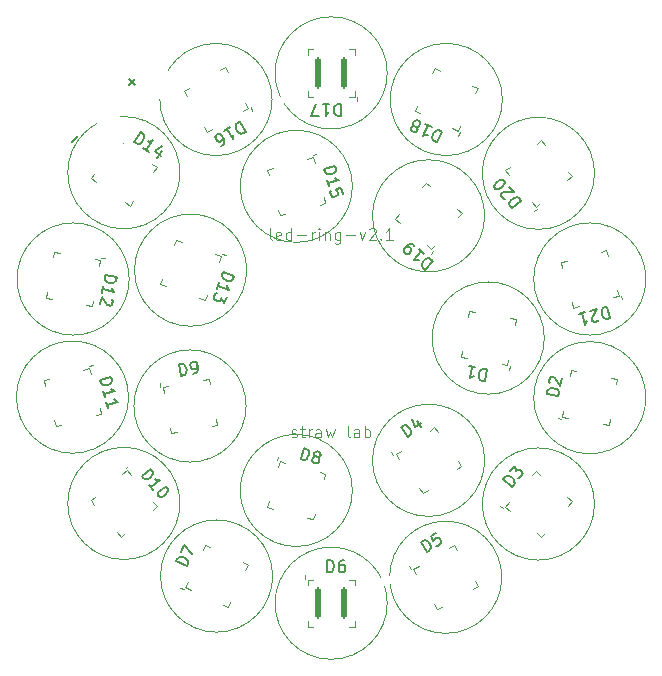
<source format=gbr>
%TF.GenerationSoftware,KiCad,Pcbnew,7.0.1*%
%TF.CreationDate,2023-12-14T16:04:10+01:00*%
%TF.ProjectId,led-ring-v2,6c65642d-7269-46e6-972d-76322e6b6963,rev?*%
%TF.SameCoordinates,Original*%
%TF.FileFunction,Legend,Top*%
%TF.FilePolarity,Positive*%
%FSLAX46Y46*%
G04 Gerber Fmt 4.6, Leading zero omitted, Abs format (unit mm)*
G04 Created by KiCad (PCBNEW 7.0.1) date 2023-12-14 16:04:10*
%MOMM*%
%LPD*%
G01*
G04 APERTURE LIST*
G04 Aperture macros list*
%AMRoundRect*
0 Rectangle with rounded corners*
0 $1 Rounding radius*
0 $2 $3 $4 $5 $6 $7 $8 $9 X,Y pos of 4 corners*
0 Add a 4 corners polygon primitive as box body*
4,1,4,$2,$3,$4,$5,$6,$7,$8,$9,$2,$3,0*
0 Add four circle primitives for the rounded corners*
1,1,$1+$1,$2,$3*
1,1,$1+$1,$4,$5*
1,1,$1+$1,$6,$7*
1,1,$1+$1,$8,$9*
0 Add four rect primitives between the rounded corners*
20,1,$1+$1,$2,$3,$4,$5,0*
20,1,$1+$1,$4,$5,$6,$7,0*
20,1,$1+$1,$6,$7,$8,$9,0*
20,1,$1+$1,$8,$9,$2,$3,0*%
%AMHorizOval*
0 Thick line with rounded ends*
0 $1 width*
0 $2 $3 position (X,Y) of the first rounded end (center of the circle)*
0 $4 $5 position (X,Y) of the second rounded end (center of the circle)*
0 Add line between two ends*
20,1,$1,$2,$3,$4,$5,0*
0 Add two circle primitives to create the rounded ends*
1,1,$1,$2,$3*
1,1,$1,$4,$5*%
%AMOutline5P*
0 Free polygon, 5 corners , with rotation*
0 The origin of the aperture is its center*
0 number of corners: always 5*
0 $1 to $10 corner X, Y*
0 $11 Rotation angle, in degrees counterclockwise*
0 create outline with 5 corners*
4,1,5,$1,$2,$3,$4,$5,$6,$7,$8,$9,$10,$1,$2,$11*%
%AMOutline6P*
0 Free polygon, 6 corners , with rotation*
0 The origin of the aperture is its center*
0 number of corners: always 6*
0 $1 to $12 corner X, Y*
0 $13 Rotation angle, in degrees counterclockwise*
0 create outline with 6 corners*
4,1,6,$1,$2,$3,$4,$5,$6,$7,$8,$9,$10,$11,$12,$1,$2,$13*%
%AMOutline7P*
0 Free polygon, 7 corners , with rotation*
0 The origin of the aperture is its center*
0 number of corners: always 7*
0 $1 to $14 corner X, Y*
0 $15 Rotation angle, in degrees counterclockwise*
0 create outline with 7 corners*
4,1,7,$1,$2,$3,$4,$5,$6,$7,$8,$9,$10,$11,$12,$13,$14,$1,$2,$15*%
%AMOutline8P*
0 Free polygon, 8 corners , with rotation*
0 The origin of the aperture is its center*
0 number of corners: always 8*
0 $1 to $16 corner X, Y*
0 $17 Rotation angle, in degrees counterclockwise*
0 create outline with 8 corners*
4,1,8,$1,$2,$3,$4,$5,$6,$7,$8,$9,$10,$11,$12,$13,$14,$15,$16,$1,$2,$17*%
G04 Aperture macros list end*
%ADD10C,0.125000*%
%ADD11C,0.150000*%
%ADD12C,0.100000*%
%ADD13C,0.200000*%
%ADD14C,1.300887*%
%ADD15C,1.391055*%
%ADD16RoundRect,0.125000X0.858056X0.883170X-1.018753X-0.691659X-0.858056X-0.883170X1.018753X0.691659X0*%
%ADD17Outline5P,-1.350000X0.500000X1.350000X0.500000X1.350000X-0.500000X-1.050000X-0.500000X-1.350000X-0.200000X220.000000*%
%ADD18RoundRect,0.125000X0.720753X-0.998381X-0.504247X1.123381X-0.720753X0.998381X0.504247X-1.123381X0*%
%ADD19Outline5P,-1.350000X0.500000X1.350000X0.500000X1.350000X-0.500000X-1.050000X-0.500000X-1.350000X-0.200000X120.000000*%
%ADD20RoundRect,0.125000X-0.125000X1.225000X-0.125000X-1.225000X0.125000X-1.225000X0.125000X1.225000X0*%
%ADD21Outline5P,-1.350000X0.500000X1.350000X0.500000X1.350000X-0.500000X-1.050000X-0.500000X-1.350000X-0.200000X270.000000*%
%ADD22RoundRect,0.125000X0.600237X1.075158X-0.805025X-0.931764X-0.600237X-1.075158X0.805025X0.931764X0*%
%ADD23Outline5P,-1.350000X0.500000X1.350000X0.500000X1.350000X-0.500000X-1.050000X-0.500000X-1.350000X-0.200000X235.000000*%
%ADD24RoundRect,0.125000X-1.018753X0.691659X0.858056X-0.883170X1.018753X-0.691659X-0.858056X0.883170X0*%
%ADD25Outline5P,-1.350000X0.500000X1.350000X0.500000X1.350000X-0.500000X-1.050000X-0.500000X-1.350000X-0.200000X320.000000*%
%ADD26RoundRect,0.125000X-1.163054X0.404419X1.057400X-0.630996X1.163054X-0.404419X-1.057400X0.630996X0*%
%ADD27Outline5P,-1.350000X0.500000X1.350000X0.500000X1.350000X-0.500000X-1.050000X-0.500000X-1.350000X-0.200000X335.000000*%
%ADD28RoundRect,0.125000X0.437794X-1.150907X-0.196313X1.215612X-0.437794X1.150907X0.196313X-1.215612X0*%
%ADD29Outline5P,-1.350000X0.500000X1.350000X0.500000X1.350000X-0.500000X-1.050000X-0.500000X-1.350000X-0.200000X105.000000*%
%ADD30RoundRect,0.125000X-0.720753X0.998381X0.504247X-1.123381X0.720753X-0.998381X-0.504247X1.123381X0*%
%ADD31Outline5P,-1.350000X0.500000X1.350000X0.500000X1.350000X-0.500000X-1.050000X-0.500000X-1.350000X-0.200000X300.000000*%
%ADD32RoundRect,0.125000X1.150907X0.437794X-1.215612X-0.196313X-1.150907X-0.437794X1.215612X0.196313X0*%
%ADD33Outline5P,-1.350000X0.500000X1.350000X0.500000X1.350000X-0.500000X-1.050000X-0.500000X-1.350000X-0.200000X195.000000*%
%ADD34RoundRect,0.125000X1.228096X-0.089618X-1.184683X0.335820X-1.228096X0.089618X1.184683X-0.335820X0*%
%ADD35Outline5P,-1.350000X0.500000X1.350000X0.500000X1.350000X-0.500000X-1.050000X-0.500000X-1.350000X-0.200000X170.000000*%
%ADD36RoundRect,0.125000X-0.404419X-1.163054X0.630996X1.057400X0.404419X1.163054X-0.630996X-1.057400X0*%
%ADD37Outline5P,-1.350000X0.500000X1.350000X0.500000X1.350000X-0.500000X-1.050000X-0.500000X-1.350000X-0.200000X65.000000*%
%ADD38RoundRect,0.125000X-0.691659X-1.018753X0.883170X0.858056X0.691659X1.018753X-0.883170X-0.858056X0*%
%ADD39Outline5P,-1.350000X0.500000X1.350000X0.500000X1.350000X-0.500000X-1.050000X-0.500000X-1.350000X-0.200000X50.000000*%
%ADD40RoundRect,0.125000X0.196313X1.215612X-0.437794X-1.150907X-0.196313X-1.215612X0.437794X1.150907X0*%
%ADD41Outline5P,-1.350000X0.500000X1.350000X0.500000X1.350000X-0.500000X-1.050000X-0.500000X-1.350000X-0.200000X255.000000*%
%ADD42RoundRect,0.125000X-0.858056X-0.883170X1.018753X0.691659X0.858056X0.883170X-1.018753X-0.691659X0*%
%ADD43Outline5P,-1.350000X0.500000X1.350000X0.500000X1.350000X-0.500000X-1.050000X-0.500000X-1.350000X-0.200000X40.000000*%
%ADD44RoundRect,0.125000X-0.335820X1.184683X0.089618X-1.228096X0.335820X-1.184683X-0.089618X1.228096X0*%
%ADD45Outline5P,-1.350000X0.500000X1.350000X0.500000X1.350000X-0.500000X-1.050000X-0.500000X-1.350000X-0.200000X280.000000*%
%ADD46RoundRect,0.125000X-0.805025X0.931764X0.600237X-1.075158X0.805025X-0.931764X-0.600237X1.075158X0*%
%ADD47Outline5P,-1.350000X0.500000X1.350000X0.500000X1.350000X-0.500000X-1.050000X-0.500000X-1.350000X-0.200000X305.000000*%
%ADD48RoundRect,0.125000X-0.089618X-1.228096X0.335820X1.184683X0.089618X1.228096X-0.335820X-1.184683X0*%
%ADD49Outline5P,-1.350000X0.500000X1.350000X0.500000X1.350000X-0.500000X-1.050000X-0.500000X-1.350000X-0.200000X80.000000*%
%ADD50RoundRect,0.125000X-1.228096X0.089618X1.184683X-0.335820X1.228096X-0.089618X-1.184683X0.335820X0*%
%ADD51Outline5P,-1.350000X0.500000X1.350000X0.500000X1.350000X-0.500000X-1.050000X-0.500000X-1.350000X-0.200000X350.000000*%
%ADD52RoundRect,0.125000X1.193876X-0.301513X-1.108371X0.536436X-1.193876X0.301513X1.108371X-0.536436X0*%
%ADD53Outline5P,-1.350000X0.500000X1.350000X0.500000X1.350000X-0.500000X-1.050000X-0.500000X-1.350000X-0.200000X160.000000*%
%ADD54RoundRect,0.125000X0.125000X-1.225000X0.125000X1.225000X-0.125000X1.225000X-0.125000X-1.225000X0*%
%ADD55Outline5P,-1.350000X0.500000X1.350000X0.500000X1.350000X-0.500000X-1.050000X-0.500000X-1.350000X-0.200000X90.000000*%
%ADD56C,1.000000*%
%ADD57C,2.200000*%
%ADD58HorizOval,2.200000X0.813173X-0.813173X-0.813173X0.813173X0*%
%ADD59HorizOval,2.000000X0.000000X0.000000X0.000000X0.000000X0*%
G04 APERTURE END LIST*
D10*
X-5023809Y8302380D02*
X-5119047Y8350000D01*
X-5119047Y8350000D02*
X-5166666Y8445238D01*
X-5166666Y8445238D02*
X-5166666Y9302380D01*
X-4261904Y8350000D02*
X-4357142Y8302380D01*
X-4357142Y8302380D02*
X-4547618Y8302380D01*
X-4547618Y8302380D02*
X-4642856Y8350000D01*
X-4642856Y8350000D02*
X-4690475Y8445238D01*
X-4690475Y8445238D02*
X-4690475Y8826190D01*
X-4690475Y8826190D02*
X-4642856Y8921428D01*
X-4642856Y8921428D02*
X-4547618Y8969047D01*
X-4547618Y8969047D02*
X-4357142Y8969047D01*
X-4357142Y8969047D02*
X-4261904Y8921428D01*
X-4261904Y8921428D02*
X-4214285Y8826190D01*
X-4214285Y8826190D02*
X-4214285Y8730952D01*
X-4214285Y8730952D02*
X-4690475Y8635714D01*
X-3357142Y8302380D02*
X-3357142Y9302380D01*
X-3357142Y8350000D02*
X-3452380Y8302380D01*
X-3452380Y8302380D02*
X-3642856Y8302380D01*
X-3642856Y8302380D02*
X-3738094Y8350000D01*
X-3738094Y8350000D02*
X-3785713Y8397619D01*
X-3785713Y8397619D02*
X-3833332Y8492857D01*
X-3833332Y8492857D02*
X-3833332Y8778571D01*
X-3833332Y8778571D02*
X-3785713Y8873809D01*
X-3785713Y8873809D02*
X-3738094Y8921428D01*
X-3738094Y8921428D02*
X-3642856Y8969047D01*
X-3642856Y8969047D02*
X-3452380Y8969047D01*
X-3452380Y8969047D02*
X-3357142Y8921428D01*
X-2880951Y8683333D02*
X-2119047Y8683333D01*
X-1642856Y8302380D02*
X-1642856Y8969047D01*
X-1642856Y8778571D02*
X-1595237Y8873809D01*
X-1595237Y8873809D02*
X-1547618Y8921428D01*
X-1547618Y8921428D02*
X-1452380Y8969047D01*
X-1452380Y8969047D02*
X-1357142Y8969047D01*
X-1023808Y8302380D02*
X-1023808Y8969047D01*
X-1023808Y9302380D02*
X-1071427Y9254761D01*
X-1071427Y9254761D02*
X-1023808Y9207142D01*
X-1023808Y9207142D02*
X-976189Y9254761D01*
X-976189Y9254761D02*
X-1023808Y9302380D01*
X-1023808Y9302380D02*
X-1023808Y9207142D01*
X-547618Y8969047D02*
X-547618Y8302380D01*
X-547618Y8873809D02*
X-499999Y8921428D01*
X-499999Y8921428D02*
X-404761Y8969047D01*
X-404761Y8969047D02*
X-261904Y8969047D01*
X-261904Y8969047D02*
X-166666Y8921428D01*
X-166666Y8921428D02*
X-119047Y8826190D01*
X-119047Y8826190D02*
X-119047Y8302380D01*
X785714Y8969047D02*
X785714Y8159523D01*
X785714Y8159523D02*
X738095Y8064285D01*
X738095Y8064285D02*
X690476Y8016666D01*
X690476Y8016666D02*
X595238Y7969047D01*
X595238Y7969047D02*
X452381Y7969047D01*
X452381Y7969047D02*
X357143Y8016666D01*
X785714Y8350000D02*
X690476Y8302380D01*
X690476Y8302380D02*
X500000Y8302380D01*
X500000Y8302380D02*
X404762Y8350000D01*
X404762Y8350000D02*
X357143Y8397619D01*
X357143Y8397619D02*
X309524Y8492857D01*
X309524Y8492857D02*
X309524Y8778571D01*
X309524Y8778571D02*
X357143Y8873809D01*
X357143Y8873809D02*
X404762Y8921428D01*
X404762Y8921428D02*
X500000Y8969047D01*
X500000Y8969047D02*
X690476Y8969047D01*
X690476Y8969047D02*
X785714Y8921428D01*
X1261905Y8683333D02*
X2023810Y8683333D01*
X2404762Y8969047D02*
X2642857Y8302380D01*
X2642857Y8302380D02*
X2880952Y8969047D01*
X3214286Y9207142D02*
X3261905Y9254761D01*
X3261905Y9254761D02*
X3357143Y9302380D01*
X3357143Y9302380D02*
X3595238Y9302380D01*
X3595238Y9302380D02*
X3690476Y9254761D01*
X3690476Y9254761D02*
X3738095Y9207142D01*
X3738095Y9207142D02*
X3785714Y9111904D01*
X3785714Y9111904D02*
X3785714Y9016666D01*
X3785714Y9016666D02*
X3738095Y8873809D01*
X3738095Y8873809D02*
X3166667Y8302380D01*
X3166667Y8302380D02*
X3785714Y8302380D01*
X4214286Y8397619D02*
X4261905Y8350000D01*
X4261905Y8350000D02*
X4214286Y8302380D01*
X4214286Y8302380D02*
X4166667Y8350000D01*
X4166667Y8350000D02*
X4214286Y8397619D01*
X4214286Y8397619D02*
X4214286Y8302380D01*
X5214285Y8302380D02*
X4642857Y8302380D01*
X4928571Y8302380D02*
X4928571Y9302380D01*
X4928571Y9302380D02*
X4833333Y9159523D01*
X4833333Y9159523D02*
X4738095Y9064285D01*
X4738095Y9064285D02*
X4642857Y9016666D01*
X-3333333Y-8360000D02*
X-3238095Y-8407619D01*
X-3238095Y-8407619D02*
X-3047619Y-8407619D01*
X-3047619Y-8407619D02*
X-2952381Y-8360000D01*
X-2952381Y-8360000D02*
X-2904762Y-8264761D01*
X-2904762Y-8264761D02*
X-2904762Y-8217142D01*
X-2904762Y-8217142D02*
X-2952381Y-8121904D01*
X-2952381Y-8121904D02*
X-3047619Y-8074285D01*
X-3047619Y-8074285D02*
X-3190476Y-8074285D01*
X-3190476Y-8074285D02*
X-3285714Y-8026666D01*
X-3285714Y-8026666D02*
X-3333333Y-7931428D01*
X-3333333Y-7931428D02*
X-3333333Y-7883809D01*
X-3333333Y-7883809D02*
X-3285714Y-7788571D01*
X-3285714Y-7788571D02*
X-3190476Y-7740952D01*
X-3190476Y-7740952D02*
X-3047619Y-7740952D01*
X-3047619Y-7740952D02*
X-2952381Y-7788571D01*
X-2619047Y-7740952D02*
X-2238095Y-7740952D01*
X-2476190Y-7407619D02*
X-2476190Y-8264761D01*
X-2476190Y-8264761D02*
X-2428571Y-8360000D01*
X-2428571Y-8360000D02*
X-2333333Y-8407619D01*
X-2333333Y-8407619D02*
X-2238095Y-8407619D01*
X-1904761Y-8407619D02*
X-1904761Y-7740952D01*
X-1904761Y-7931428D02*
X-1857142Y-7836190D01*
X-1857142Y-7836190D02*
X-1809523Y-7788571D01*
X-1809523Y-7788571D02*
X-1714285Y-7740952D01*
X-1714285Y-7740952D02*
X-1619047Y-7740952D01*
X-857142Y-8407619D02*
X-857142Y-7883809D01*
X-857142Y-7883809D02*
X-904761Y-7788571D01*
X-904761Y-7788571D02*
X-999999Y-7740952D01*
X-999999Y-7740952D02*
X-1190475Y-7740952D01*
X-1190475Y-7740952D02*
X-1285713Y-7788571D01*
X-857142Y-8360000D02*
X-952380Y-8407619D01*
X-952380Y-8407619D02*
X-1190475Y-8407619D01*
X-1190475Y-8407619D02*
X-1285713Y-8360000D01*
X-1285713Y-8360000D02*
X-1333332Y-8264761D01*
X-1333332Y-8264761D02*
X-1333332Y-8169523D01*
X-1333332Y-8169523D02*
X-1285713Y-8074285D01*
X-1285713Y-8074285D02*
X-1190475Y-8026666D01*
X-1190475Y-8026666D02*
X-952380Y-8026666D01*
X-952380Y-8026666D02*
X-857142Y-7979047D01*
X-476189Y-7740952D02*
X-285713Y-8407619D01*
X-285713Y-8407619D02*
X-95237Y-7931428D01*
X-95237Y-7931428D02*
X95238Y-8407619D01*
X95238Y-8407619D02*
X285714Y-7740952D01*
X1571429Y-8407619D02*
X1476191Y-8360000D01*
X1476191Y-8360000D02*
X1428572Y-8264761D01*
X1428572Y-8264761D02*
X1428572Y-7407619D01*
X2380953Y-8407619D02*
X2380953Y-7883809D01*
X2380953Y-7883809D02*
X2333334Y-7788571D01*
X2333334Y-7788571D02*
X2238096Y-7740952D01*
X2238096Y-7740952D02*
X2047620Y-7740952D01*
X2047620Y-7740952D02*
X1952382Y-7788571D01*
X2380953Y-8360000D02*
X2285715Y-8407619D01*
X2285715Y-8407619D02*
X2047620Y-8407619D01*
X2047620Y-8407619D02*
X1952382Y-8360000D01*
X1952382Y-8360000D02*
X1904763Y-8264761D01*
X1904763Y-8264761D02*
X1904763Y-8169523D01*
X1904763Y-8169523D02*
X1952382Y-8074285D01*
X1952382Y-8074285D02*
X2047620Y-8026666D01*
X2047620Y-8026666D02*
X2285715Y-8026666D01*
X2285715Y-8026666D02*
X2380953Y-7979047D01*
X2857144Y-8407619D02*
X2857144Y-7407619D01*
X2857144Y-7788571D02*
X2952382Y-7740952D01*
X2952382Y-7740952D02*
X3142858Y-7740952D01*
X3142858Y-7740952D02*
X3238096Y-7788571D01*
X3238096Y-7788571D02*
X3285715Y-7836190D01*
X3285715Y-7836190D02*
X3333334Y-7931428D01*
X3333334Y-7931428D02*
X3333334Y-8217142D01*
X3333334Y-8217142D02*
X3285715Y-8312380D01*
X3285715Y-8312380D02*
X3238096Y-8360000D01*
X3238096Y-8360000D02*
X3142858Y-8407619D01*
X3142858Y-8407619D02*
X2952382Y-8407619D01*
X2952382Y-8407619D02*
X2857144Y-8360000D01*
D11*
%TO.C,D10*%
X-16045461Y-11693404D02*
X-15279417Y-11050617D01*
X-15279417Y-11050617D02*
X-15126372Y-11233008D01*
X-15126372Y-11233008D02*
X-15071023Y-11373052D01*
X-15071023Y-11373052D02*
X-15082762Y-11507227D01*
X-15082762Y-11507227D02*
X-15125110Y-11604923D01*
X-15125110Y-11604923D02*
X-15240414Y-11763837D01*
X-15240414Y-11763837D02*
X-15349849Y-11855664D01*
X-15349849Y-11855664D02*
X-15526371Y-11941621D01*
X-15526371Y-11941621D02*
X-15629937Y-11966361D01*
X-15629937Y-11966361D02*
X-15764111Y-11954622D01*
X-15764111Y-11954622D02*
X-15892416Y-11875796D01*
X-15892416Y-11875796D02*
X-16045461Y-11693404D01*
X-15065975Y-12860710D02*
X-15433282Y-12422971D01*
X-15249629Y-12641840D02*
X-14483584Y-11999053D01*
X-14483584Y-11999053D02*
X-14654237Y-12017923D01*
X-14654237Y-12017923D02*
X-14788412Y-12006184D01*
X-14788412Y-12006184D02*
X-14886108Y-11963837D01*
X-13902015Y-12692141D02*
X-13840797Y-12765097D01*
X-13840797Y-12765097D02*
X-13816057Y-12868663D01*
X-13816057Y-12868663D02*
X-13821927Y-12935750D01*
X-13821927Y-12935750D02*
X-13864274Y-13033446D01*
X-13864274Y-13033446D02*
X-13979579Y-13192360D01*
X-13979579Y-13192360D02*
X-14161970Y-13345405D01*
X-14161970Y-13345405D02*
X-14338492Y-13431362D01*
X-14338492Y-13431362D02*
X-14442058Y-13456102D01*
X-14442058Y-13456102D02*
X-14509145Y-13450233D01*
X-14509145Y-13450233D02*
X-14606841Y-13407885D01*
X-14606841Y-13407885D02*
X-14668059Y-13334928D01*
X-14668059Y-13334928D02*
X-14692799Y-13231363D01*
X-14692799Y-13231363D02*
X-14686929Y-13164275D01*
X-14686929Y-13164275D02*
X-14644582Y-13066579D01*
X-14644582Y-13066579D02*
X-14529277Y-12907665D01*
X-14529277Y-12907665D02*
X-14346886Y-12754621D01*
X-14346886Y-12754621D02*
X-14170364Y-12668663D01*
X-14170364Y-12668663D02*
X-14066798Y-12643924D01*
X-14066798Y-12643924D02*
X-13999711Y-12649793D01*
X-13999711Y-12649793D02*
X-13902015Y-12692141D01*
%TO.C,D16*%
X-7739707Y18317782D02*
X-7239707Y17451757D01*
X-7239707Y17451757D02*
X-7445903Y17332709D01*
X-7445903Y17332709D02*
X-7593431Y17302520D01*
X-7593431Y17302520D02*
X-7723528Y17337380D01*
X-7723528Y17337380D02*
X-7812387Y17396049D01*
X-7812387Y17396049D02*
X-7948864Y17537196D01*
X-7948864Y17537196D02*
X-8020293Y17660914D01*
X-8020293Y17660914D02*
X-8074291Y17849681D01*
X-8074291Y17849681D02*
X-8080671Y17955969D01*
X-8080671Y17955969D02*
X-8045812Y18086067D01*
X-8045812Y18086067D02*
X-7945903Y18198735D01*
X-7945903Y18198735D02*
X-7739707Y18317782D01*
X-9059364Y17555877D02*
X-8564493Y17841592D01*
X-8811929Y17698735D02*
X-8311929Y16832709D01*
X-8311929Y16832709D02*
X-8300879Y17004046D01*
X-8300879Y17004046D02*
X-8266019Y17134144D01*
X-8266019Y17134144D02*
X-8207350Y17223002D01*
X-9301672Y16261281D02*
X-9136715Y16356519D01*
X-9136715Y16356519D02*
X-9078046Y16445377D01*
X-9078046Y16445377D02*
X-9060616Y16510426D01*
X-9060616Y16510426D02*
X-9049566Y16681763D01*
X-9049566Y16681763D02*
X-9103565Y16870530D01*
X-9103565Y16870530D02*
X-9294041Y17200444D01*
X-9294041Y17200444D02*
X-9382899Y17259113D01*
X-9382899Y17259113D02*
X-9447948Y17276543D01*
X-9447948Y17276543D02*
X-9554236Y17270163D01*
X-9554236Y17270163D02*
X-9719193Y17174925D01*
X-9719193Y17174925D02*
X-9777862Y17086067D01*
X-9777862Y17086067D02*
X-9795292Y17021018D01*
X-9795292Y17021018D02*
X-9788913Y16914730D01*
X-9788913Y16914730D02*
X-9669865Y16708533D01*
X-9669865Y16708533D02*
X-9581007Y16649864D01*
X-9581007Y16649864D02*
X-9515958Y16632434D01*
X-9515958Y16632434D02*
X-9409670Y16638814D01*
X-9409670Y16638814D02*
X-9244712Y16734052D01*
X-9244712Y16734052D02*
X-9186043Y16822911D01*
X-9186043Y16822911D02*
X-9168613Y16887959D01*
X-9168613Y16887959D02*
X-9174993Y16994248D01*
%TO.C,D6*%
X-323664Y-19814806D02*
X-323664Y-18814806D01*
X-323664Y-18814806D02*
X-85569Y-18814806D01*
X-85569Y-18814806D02*
X57287Y-18862425D01*
X57287Y-18862425D02*
X152525Y-18957663D01*
X152525Y-18957663D02*
X200144Y-19052901D01*
X200144Y-19052901D02*
X247763Y-19243377D01*
X247763Y-19243377D02*
X247763Y-19386234D01*
X247763Y-19386234D02*
X200144Y-19576710D01*
X200144Y-19576710D02*
X152525Y-19671948D01*
X152525Y-19671948D02*
X57287Y-19767187D01*
X57287Y-19767187D02*
X-85569Y-19814806D01*
X-85569Y-19814806D02*
X-323664Y-19814806D01*
X1104906Y-18814806D02*
X914430Y-18814806D01*
X914430Y-18814806D02*
X819192Y-18862425D01*
X819192Y-18862425D02*
X771573Y-18910044D01*
X771573Y-18910044D02*
X676335Y-19052901D01*
X676335Y-19052901D02*
X628716Y-19243377D01*
X628716Y-19243377D02*
X628716Y-19624329D01*
X628716Y-19624329D02*
X676335Y-19719567D01*
X676335Y-19719567D02*
X723954Y-19767187D01*
X723954Y-19767187D02*
X819192Y-19814806D01*
X819192Y-19814806D02*
X1009668Y-19814806D01*
X1009668Y-19814806D02*
X1104906Y-19767187D01*
X1104906Y-19767187D02*
X1152525Y-19719567D01*
X1152525Y-19719567D02*
X1200144Y-19624329D01*
X1200144Y-19624329D02*
X1200144Y-19386234D01*
X1200144Y-19386234D02*
X1152525Y-19290996D01*
X1152525Y-19290996D02*
X1104906Y-19243377D01*
X1104906Y-19243377D02*
X1009668Y-19195758D01*
X1009668Y-19195758D02*
X819192Y-19195758D01*
X819192Y-19195758D02*
X723954Y-19243377D01*
X723954Y-19243377D02*
X676335Y-19290996D01*
X676335Y-19290996D02*
X628716Y-19386234D01*
%TO.C,D14*%
X-16693718Y16617403D02*
X-16120141Y17436555D01*
X-16120141Y17436555D02*
X-15925105Y17299989D01*
X-15925105Y17299989D02*
X-15835396Y17179042D01*
X-15835396Y17179042D02*
X-15812008Y17046402D01*
X-15812008Y17046402D02*
X-15827627Y16941074D01*
X-15827627Y16941074D02*
X-15897873Y16757732D01*
X-15897873Y16757732D02*
X-15979812Y16640710D01*
X-15979812Y16640710D02*
X-16128072Y16511994D01*
X-16128072Y16511994D02*
X-16221706Y16461293D01*
X-16221706Y16461293D02*
X-16354346Y16437905D01*
X-16354346Y16437905D02*
X-16498681Y16480837D01*
X-16498681Y16480837D02*
X-16693718Y16617403D01*
X-15445486Y15743382D02*
X-15913573Y16071140D01*
X-15679529Y15907261D02*
X-15105953Y16726413D01*
X-15105953Y16726413D02*
X-15265907Y16664017D01*
X-15265907Y16664017D02*
X-15398548Y16640629D01*
X-15398548Y16640629D02*
X-15503875Y16656248D01*
X-14360971Y15797846D02*
X-14743355Y15251745D01*
X-14337502Y16246470D02*
X-14942236Y15797927D01*
X-14942236Y15797927D02*
X-14435142Y15442856D01*
%TO.C,D3*%
X15323276Y-12604071D02*
X14557232Y-11961283D01*
X14557232Y-11961283D02*
X14710276Y-11778892D01*
X14710276Y-11778892D02*
X14838581Y-11700066D01*
X14838581Y-11700066D02*
X14972756Y-11688327D01*
X14972756Y-11688327D02*
X15076321Y-11713066D01*
X15076321Y-11713066D02*
X15252844Y-11799024D01*
X15252844Y-11799024D02*
X15362279Y-11890851D01*
X15362279Y-11890851D02*
X15477583Y-12049765D01*
X15477583Y-12049765D02*
X15519931Y-12147461D01*
X15519931Y-12147461D02*
X15531669Y-12281635D01*
X15531669Y-12281635D02*
X15476321Y-12421679D01*
X15476321Y-12421679D02*
X15323276Y-12604071D01*
X15138801Y-11268195D02*
X15536718Y-10793977D01*
X15536718Y-10793977D02*
X15614281Y-11294197D01*
X15614281Y-11294197D02*
X15706108Y-11184762D01*
X15706108Y-11184762D02*
X15803804Y-11142414D01*
X15803804Y-11142414D02*
X15870892Y-11136545D01*
X15870892Y-11136545D02*
X15974457Y-11161284D01*
X15974457Y-11161284D02*
X16156849Y-11314329D01*
X16156849Y-11314329D02*
X16199196Y-11412025D01*
X16199196Y-11412025D02*
X16205066Y-11479113D01*
X16205066Y-11479113D02*
X16180326Y-11582678D01*
X16180326Y-11582678D02*
X15996673Y-11801548D01*
X15996673Y-11801548D02*
X15898976Y-11843896D01*
X15898976Y-11843896D02*
X15831889Y-11849765D01*
%TO.C,D7*%
X-12225083Y-19329659D02*
X-13131390Y-18907041D01*
X-13131390Y-18907041D02*
X-13030767Y-18691253D01*
X-13030767Y-18691253D02*
X-12927235Y-18581905D01*
X-12927235Y-18581905D02*
X-12800671Y-18535839D01*
X-12800671Y-18535839D02*
X-12694231Y-18532931D01*
X-12694231Y-18532931D02*
X-12501477Y-18570272D01*
X-12501477Y-18570272D02*
X-12372004Y-18630647D01*
X-12372004Y-18630647D02*
X-12219499Y-18754303D01*
X-12219499Y-18754303D02*
X-12153308Y-18837710D01*
X-12153308Y-18837710D02*
X-12107243Y-18964274D01*
X-12107243Y-18964274D02*
X-12124459Y-19113871D01*
X-12124459Y-19113871D02*
X-12225083Y-19329659D01*
X-12749021Y-18087048D02*
X-12467276Y-17482843D01*
X-12467276Y-17482843D02*
X-11742090Y-18293878D01*
%TO.C,D21*%
X23354639Y2661615D02*
X23613458Y1695690D01*
X23613458Y1695690D02*
X23383476Y1634066D01*
X23383476Y1634066D02*
X23233161Y1643088D01*
X23233161Y1643088D02*
X23116519Y1710432D01*
X23116519Y1710432D02*
X23045873Y1790100D01*
X23045873Y1790100D02*
X22950578Y1961761D01*
X22950578Y1961761D02*
X22913604Y2099751D01*
X22913604Y2099751D02*
X22910301Y2296061D01*
X22910301Y2296061D02*
X22931648Y2400379D01*
X22931648Y2400379D02*
X22998992Y2517021D01*
X22998992Y2517021D02*
X23124657Y2599992D01*
X23124657Y2599992D02*
X23354639Y2661615D01*
X22668879Y1541188D02*
X22635207Y1482867D01*
X22635207Y1482867D02*
X22555539Y1412221D01*
X22555539Y1412221D02*
X22325557Y1350598D01*
X22325557Y1350598D02*
X22221239Y1371945D01*
X22221239Y1371945D02*
X22162918Y1405616D01*
X22162918Y1405616D02*
X22092272Y1485285D01*
X22092272Y1485285D02*
X22067623Y1577278D01*
X22067623Y1577278D02*
X22076645Y1727592D01*
X22076645Y1727592D02*
X22480706Y2427446D01*
X22480706Y2427446D02*
X21882752Y2267225D01*
X20962822Y2020730D02*
X21514780Y2168627D01*
X21238801Y2094678D02*
X21497620Y1128753D01*
X21497620Y1128753D02*
X21552639Y1291392D01*
X21552639Y1291392D02*
X21619983Y1408034D01*
X21619983Y1408034D02*
X21699651Y1478680D01*
%TO.C,D5*%
X8102100Y-18129687D02*
X7602100Y-17263661D01*
X7602100Y-17263661D02*
X7808297Y-17144614D01*
X7808297Y-17144614D02*
X7955824Y-17114424D01*
X7955824Y-17114424D02*
X8085922Y-17149284D01*
X8085922Y-17149284D02*
X8174780Y-17207953D01*
X8174780Y-17207953D02*
X8311258Y-17349101D01*
X8311258Y-17349101D02*
X8382686Y-17472819D01*
X8382686Y-17472819D02*
X8436685Y-17661585D01*
X8436685Y-17661585D02*
X8443065Y-17767874D01*
X8443065Y-17767874D02*
X8408205Y-17897971D01*
X8408205Y-17897971D02*
X8308297Y-18010639D01*
X8308297Y-18010639D02*
X8102100Y-18129687D01*
X8880519Y-16525566D02*
X8468126Y-16763661D01*
X8468126Y-16763661D02*
X8664982Y-17199864D01*
X8664982Y-17199864D02*
X8682411Y-17134815D01*
X8682411Y-17134815D02*
X8741080Y-17045957D01*
X8741080Y-17045957D02*
X8947277Y-16926909D01*
X8947277Y-16926909D02*
X9053565Y-16920529D01*
X9053565Y-16920529D02*
X9118614Y-16937959D01*
X9118614Y-16937959D02*
X9207472Y-16996628D01*
X9207472Y-16996628D02*
X9326520Y-17202825D01*
X9326520Y-17202825D02*
X9332900Y-17309113D01*
X9332900Y-17309113D02*
X9315470Y-17374162D01*
X9315470Y-17374162D02*
X9256801Y-17463020D01*
X9256801Y-17463020D02*
X9050604Y-17582068D01*
X9050604Y-17582068D02*
X8944316Y-17588447D01*
X8944316Y-17588447D02*
X8879267Y-17571018D01*
%TO.C,D15*%
X-611615Y14304639D02*
X354309Y14563458D01*
X354309Y14563458D02*
X415933Y14333476D01*
X415933Y14333476D02*
X406911Y14183161D01*
X406911Y14183161D02*
X339567Y14066519D01*
X339567Y14066519D02*
X259899Y13995873D01*
X259899Y13995873D02*
X88238Y13900578D01*
X88238Y13900578D02*
X-49751Y13863604D01*
X-49751Y13863604D02*
X-246061Y13860301D01*
X-246061Y13860301D02*
X-350379Y13881648D01*
X-350379Y13881648D02*
X-467021Y13948992D01*
X-467021Y13948992D02*
X-549992Y14074657D01*
X-549992Y14074657D02*
X-611615Y14304639D01*
X-217225Y12832752D02*
X-365121Y13384709D01*
X-291173Y13108731D02*
X674752Y13367550D01*
X674752Y13367550D02*
X512113Y13422569D01*
X512113Y13422569D02*
X395471Y13489912D01*
X395471Y13489912D02*
X324825Y13569580D01*
X982870Y12217638D02*
X859623Y12677603D01*
X859623Y12677603D02*
X387333Y12600352D01*
X387333Y12600352D02*
X445655Y12566680D01*
X445655Y12566680D02*
X516300Y12487012D01*
X516300Y12487012D02*
X577924Y12257030D01*
X577924Y12257030D02*
X556577Y12152712D01*
X556577Y12152712D02*
X522905Y12094391D01*
X522905Y12094391D02*
X443237Y12023745D01*
X443237Y12023745D02*
X213255Y11962121D01*
X213255Y11962121D02*
X108937Y11983468D01*
X108937Y11983468D02*
X50616Y12017140D01*
X50616Y12017140D02*
X-20029Y12096808D01*
X-20029Y12096808D02*
X-81653Y12326791D01*
X-81653Y12326791D02*
X-60306Y12431108D01*
X-60306Y12431108D02*
X-26634Y12489430D01*
%TO.C,D12*%
X-19115947Y5330107D02*
X-18131139Y5156459D01*
X-18131139Y5156459D02*
X-18172484Y4921981D01*
X-18172484Y4921981D02*
X-18244186Y4789563D01*
X-18244186Y4789563D02*
X-18354515Y4712310D01*
X-18354515Y4712310D02*
X-18456576Y4681952D01*
X-18456576Y4681952D02*
X-18652427Y4668133D01*
X-18652427Y4668133D02*
X-18793114Y4692940D01*
X-18793114Y4692940D02*
X-18972427Y4772911D01*
X-18972427Y4772911D02*
X-19057950Y4836345D01*
X-19057950Y4836345D02*
X-19135203Y4946674D01*
X-19135203Y4946674D02*
X-19157292Y5095629D01*
X-19157292Y5095629D02*
X-19115947Y5330107D01*
X-19380554Y3829448D02*
X-19281326Y4392195D01*
X-19330940Y4110822D02*
X-18346132Y3937174D01*
X-18346132Y3937174D02*
X-18470281Y4055772D01*
X-18470281Y4055772D02*
X-18547534Y4166101D01*
X-18547534Y4166101D02*
X-18577892Y4268161D01*
X-18555689Y3297173D02*
X-18517062Y3242008D01*
X-18517062Y3242008D02*
X-18486704Y3139948D01*
X-18486704Y3139948D02*
X-18528049Y2905470D01*
X-18528049Y2905470D02*
X-18591483Y2819948D01*
X-18591483Y2819948D02*
X-18646647Y2781321D01*
X-18646647Y2781321D02*
X-18748707Y2750964D01*
X-18748707Y2750964D02*
X-18842499Y2767501D01*
X-18842499Y2767501D02*
X-18974917Y2839204D01*
X-18974917Y2839204D02*
X-19438436Y3501179D01*
X-19438436Y3501179D02*
X-19545933Y2891536D01*
%TO.C,D18*%
X9361234Y17473669D02*
X8938616Y16567362D01*
X8938616Y16567362D02*
X8722829Y16667985D01*
X8722829Y16667985D02*
X8613481Y16771517D01*
X8613481Y16771517D02*
X8567415Y16898081D01*
X8567415Y16898081D02*
X8564507Y17004521D01*
X8564507Y17004521D02*
X8601848Y17197275D01*
X8601848Y17197275D02*
X8662222Y17326748D01*
X8662222Y17326748D02*
X8785878Y17479253D01*
X8785878Y17479253D02*
X8869285Y17545444D01*
X8869285Y17545444D02*
X8995850Y17591509D01*
X8995850Y17591509D02*
X9145447Y17574293D01*
X9145447Y17574293D02*
X9361234Y17473669D01*
X7980194Y18117659D02*
X8498084Y17876163D01*
X8239139Y17996911D02*
X7816521Y17090603D01*
X7816521Y17090603D02*
X7963210Y17179826D01*
X7963210Y17179826D02*
X8089774Y17225892D01*
X8089774Y17225892D02*
X8196214Y17228800D01*
X7220808Y17841265D02*
X7286998Y17757858D01*
X7286998Y17757858D02*
X7310031Y17694576D01*
X7310031Y17694576D02*
X7312939Y17588136D01*
X7312939Y17588136D02*
X7292814Y17544979D01*
X7292814Y17544979D02*
X7209407Y17478789D01*
X7209407Y17478789D02*
X7146125Y17455756D01*
X7146125Y17455756D02*
X7039685Y17452848D01*
X7039685Y17452848D02*
X6867055Y17533346D01*
X6867055Y17533346D02*
X6800865Y17616753D01*
X6800865Y17616753D02*
X6777832Y17680035D01*
X6777832Y17680035D02*
X6774924Y17786475D01*
X6774924Y17786475D02*
X6795049Y17829633D01*
X6795049Y17829633D02*
X6878456Y17895823D01*
X6878456Y17895823D02*
X6941738Y17918856D01*
X6941738Y17918856D02*
X7048178Y17921764D01*
X7048178Y17921764D02*
X7220808Y17841265D01*
X7220808Y17841265D02*
X7327247Y17844173D01*
X7327247Y17844173D02*
X7390530Y17867206D01*
X7390530Y17867206D02*
X7473936Y17933396D01*
X7473936Y17933396D02*
X7554435Y18106027D01*
X7554435Y18106027D02*
X7551527Y18212466D01*
X7551527Y18212466D02*
X7528494Y18275748D01*
X7528494Y18275748D02*
X7462304Y18359155D01*
X7462304Y18359155D02*
X7289674Y18439654D01*
X7289674Y18439654D02*
X7183234Y18436746D01*
X7183234Y18436746D02*
X7119952Y18413713D01*
X7119952Y18413713D02*
X7036545Y18347523D01*
X7036545Y18347523D02*
X6956046Y18174893D01*
X6956046Y18174893D02*
X6958954Y18068453D01*
X6958954Y18068453D02*
X6981987Y18005171D01*
X6981987Y18005171D02*
X7048178Y17921764D01*
%TO.C,D11*%
X-19561615Y-3545360D02*
X-18595690Y-3286541D01*
X-18595690Y-3286541D02*
X-18534066Y-3516523D01*
X-18534066Y-3516523D02*
X-18543088Y-3666838D01*
X-18543088Y-3666838D02*
X-18610432Y-3783480D01*
X-18610432Y-3783480D02*
X-18690100Y-3854126D01*
X-18690100Y-3854126D02*
X-18861761Y-3949421D01*
X-18861761Y-3949421D02*
X-18999751Y-3986395D01*
X-18999751Y-3986395D02*
X-19196061Y-3989698D01*
X-19196061Y-3989698D02*
X-19300379Y-3968351D01*
X-19300379Y-3968351D02*
X-19417021Y-3901007D01*
X-19417021Y-3901007D02*
X-19499992Y-3775342D01*
X-19499992Y-3775342D02*
X-19561615Y-3545360D01*
X-19167225Y-5017247D02*
X-19315121Y-4465290D01*
X-19241173Y-4741268D02*
X-18275247Y-4482449D01*
X-18275247Y-4482449D02*
X-18437886Y-4427430D01*
X-18437886Y-4427430D02*
X-18554528Y-4360087D01*
X-18554528Y-4360087D02*
X-18625174Y-4280419D01*
X-18920730Y-5937177D02*
X-19068627Y-5385219D01*
X-18994678Y-5661198D02*
X-18028753Y-5402379D01*
X-18028753Y-5402379D02*
X-18191392Y-5347360D01*
X-18191392Y-5347360D02*
X-18308034Y-5280016D01*
X-18308034Y-5280016D02*
X-18378680Y-5200348D01*
%TO.C,D19*%
X8587562Y6543858D02*
X7944775Y5777814D01*
X7944775Y5777814D02*
X7762383Y5930859D01*
X7762383Y5930859D02*
X7683557Y6059164D01*
X7683557Y6059164D02*
X7671818Y6193338D01*
X7671818Y6193338D02*
X7696558Y6296904D01*
X7696558Y6296904D02*
X7782515Y6473426D01*
X7782515Y6473426D02*
X7874342Y6582861D01*
X7874342Y6582861D02*
X8033256Y6698165D01*
X8033256Y6698165D02*
X8130952Y6740513D01*
X8130952Y6740513D02*
X8265127Y6752252D01*
X8265127Y6752252D02*
X8405171Y6696903D01*
X8405171Y6696903D02*
X8587562Y6543858D01*
X7420256Y7523344D02*
X7857996Y7156037D01*
X7639126Y7339691D02*
X6996339Y6573646D01*
X6996339Y6573646D02*
X7161122Y6621863D01*
X7161122Y6621863D02*
X7295296Y6633602D01*
X7295296Y6633602D02*
X7398862Y6608862D01*
X7055473Y7829434D02*
X6909560Y7951869D01*
X6909560Y7951869D02*
X6805994Y7976609D01*
X6805994Y7976609D02*
X6738907Y7970740D01*
X6738907Y7970740D02*
X6574124Y7922523D01*
X6574124Y7922523D02*
X6415210Y7807218D01*
X6415210Y7807218D02*
X6170338Y7515392D01*
X6170338Y7515392D02*
X6145599Y7411826D01*
X6145599Y7411826D02*
X6151468Y7344739D01*
X6151468Y7344739D02*
X6193816Y7247043D01*
X6193816Y7247043D02*
X6339729Y7124607D01*
X6339729Y7124607D02*
X6443295Y7099868D01*
X6443295Y7099868D02*
X6510382Y7105737D01*
X6510382Y7105737D02*
X6608078Y7148085D01*
X6608078Y7148085D02*
X6761123Y7330476D01*
X6761123Y7330476D02*
X6785862Y7434042D01*
X6785862Y7434042D02*
X6779993Y7501129D01*
X6779993Y7501129D02*
X6737645Y7598825D01*
X6737645Y7598825D02*
X6591732Y7721261D01*
X6591732Y7721261D02*
X6488166Y7746000D01*
X6488166Y7746000D02*
X6421079Y7740131D01*
X6421079Y7740131D02*
X6323383Y7697783D01*
%TO.C,D8*%
X-2580597Y-10270827D02*
X-2321778Y-9304901D01*
X-2321778Y-9304901D02*
X-2091796Y-9366525D01*
X-2091796Y-9366525D02*
X-1966131Y-9449496D01*
X-1966131Y-9449496D02*
X-1898787Y-9566138D01*
X-1898787Y-9566138D02*
X-1877440Y-9670456D01*
X-1877440Y-9670456D02*
X-1880743Y-9866766D01*
X-1880743Y-9866766D02*
X-1917717Y-10004756D01*
X-1917717Y-10004756D02*
X-2013012Y-10176417D01*
X-2013012Y-10176417D02*
X-2083658Y-10256085D01*
X-2083658Y-10256085D02*
X-2200300Y-10323428D01*
X-2200300Y-10323428D02*
X-2350615Y-10332451D01*
X-2350615Y-10332451D02*
X-2580597Y-10270827D01*
X-1328785Y-10014663D02*
X-1408453Y-9944017D01*
X-1408453Y-9944017D02*
X-1442125Y-9885696D01*
X-1442125Y-9885696D02*
X-1463472Y-9781378D01*
X-1463472Y-9781378D02*
X-1451147Y-9735382D01*
X-1451147Y-9735382D02*
X-1380501Y-9655713D01*
X-1380501Y-9655713D02*
X-1322180Y-9622042D01*
X-1322180Y-9622042D02*
X-1217863Y-9600695D01*
X-1217863Y-9600695D02*
X-1033877Y-9649993D01*
X-1033877Y-9649993D02*
X-954209Y-9720639D01*
X-954209Y-9720639D02*
X-920537Y-9778961D01*
X-920537Y-9778961D02*
X-899190Y-9883278D01*
X-899190Y-9883278D02*
X-911514Y-9929275D01*
X-911514Y-9929275D02*
X-982160Y-10008943D01*
X-982160Y-10008943D02*
X-1040482Y-10042615D01*
X-1040482Y-10042615D02*
X-1144799Y-10063962D01*
X-1144799Y-10063962D02*
X-1328785Y-10014663D01*
X-1328785Y-10014663D02*
X-1433103Y-10036010D01*
X-1433103Y-10036010D02*
X-1491424Y-10069682D01*
X-1491424Y-10069682D02*
X-1562070Y-10149350D01*
X-1562070Y-10149350D02*
X-1611369Y-10333336D01*
X-1611369Y-10333336D02*
X-1590022Y-10437653D01*
X-1590022Y-10437653D02*
X-1556350Y-10495974D01*
X-1556350Y-10495974D02*
X-1476682Y-10566620D01*
X-1476682Y-10566620D02*
X-1292696Y-10615919D01*
X-1292696Y-10615919D02*
X-1188378Y-10594572D01*
X-1188378Y-10594572D02*
X-1130057Y-10560900D01*
X-1130057Y-10560900D02*
X-1059411Y-10481232D01*
X-1059411Y-10481232D02*
X-1010112Y-10297246D01*
X-1010112Y-10297246D02*
X-1031459Y-10192929D01*
X-1031459Y-10192929D02*
X-1065131Y-10134608D01*
X-1065131Y-10134608D02*
X-1144799Y-10063962D01*
%TO.C,D20*%
X16045461Y11643404D02*
X15279417Y11000617D01*
X15279417Y11000617D02*
X15126372Y11183008D01*
X15126372Y11183008D02*
X15071023Y11323052D01*
X15071023Y11323052D02*
X15082762Y11457227D01*
X15082762Y11457227D02*
X15125110Y11554923D01*
X15125110Y11554923D02*
X15240414Y11713837D01*
X15240414Y11713837D02*
X15349849Y11805664D01*
X15349849Y11805664D02*
X15526371Y11891621D01*
X15526371Y11891621D02*
X15629937Y11916361D01*
X15629937Y11916361D02*
X15764111Y11904622D01*
X15764111Y11904622D02*
X15892416Y11825796D01*
X15892416Y11825796D02*
X16045461Y11643404D01*
X14740195Y11791401D02*
X14673107Y11797270D01*
X14673107Y11797270D02*
X14575411Y11839618D01*
X14575411Y11839618D02*
X14422367Y12022009D01*
X14422367Y12022009D02*
X14397627Y12125575D01*
X14397627Y12125575D02*
X14403496Y12192662D01*
X14403496Y12192662D02*
X14445844Y12290358D01*
X14445844Y12290358D02*
X14518801Y12351576D01*
X14518801Y12351576D02*
X14658844Y12406925D01*
X14658844Y12406925D02*
X15463891Y12336492D01*
X15463891Y12336492D02*
X15065975Y12810710D01*
X13902015Y12642141D02*
X13840797Y12715097D01*
X13840797Y12715097D02*
X13816057Y12818663D01*
X13816057Y12818663D02*
X13821927Y12885750D01*
X13821927Y12885750D02*
X13864274Y12983446D01*
X13864274Y12983446D02*
X13979579Y13142360D01*
X13979579Y13142360D02*
X14161970Y13295405D01*
X14161970Y13295405D02*
X14338492Y13381362D01*
X14338492Y13381362D02*
X14442058Y13406102D01*
X14442058Y13406102D02*
X14509145Y13400233D01*
X14509145Y13400233D02*
X14606841Y13357885D01*
X14606841Y13357885D02*
X14668059Y13284928D01*
X14668059Y13284928D02*
X14692799Y13181363D01*
X14692799Y13181363D02*
X14686929Y13114275D01*
X14686929Y13114275D02*
X14644582Y13016579D01*
X14644582Y13016579D02*
X14529277Y12857665D01*
X14529277Y12857665D02*
X14346886Y12704621D01*
X14346886Y12704621D02*
X14170364Y12618663D01*
X14170364Y12618663D02*
X14066798Y12593924D01*
X14066798Y12593924D02*
X13999711Y12599793D01*
X13999711Y12599793D02*
X13902015Y12642141D01*
%TO.C,D9*%
X-12726344Y-3211044D02*
X-12899992Y-2226236D01*
X-12899992Y-2226236D02*
X-12665514Y-2184892D01*
X-12665514Y-2184892D02*
X-12516558Y-2206980D01*
X-12516558Y-2206980D02*
X-12406229Y-2284234D01*
X-12406229Y-2284234D02*
X-12342796Y-2369756D01*
X-12342796Y-2369756D02*
X-12262824Y-2549069D01*
X-12262824Y-2549069D02*
X-12238017Y-2689756D01*
X-12238017Y-2689756D02*
X-12251837Y-2885608D01*
X-12251837Y-2885608D02*
X-12282195Y-2987668D01*
X-12282195Y-2987668D02*
X-12359448Y-3097997D01*
X-12359448Y-3097997D02*
X-12491866Y-3169699D01*
X-12491866Y-3169699D02*
X-12726344Y-3211044D01*
X-11694641Y-3029127D02*
X-11507058Y-2996051D01*
X-11507058Y-2996051D02*
X-11421536Y-2932618D01*
X-11421536Y-2932618D02*
X-11382909Y-2877453D01*
X-11382909Y-2877453D02*
X-11313925Y-2720228D01*
X-11313925Y-2720228D02*
X-11300105Y-2524377D01*
X-11300105Y-2524377D02*
X-11366257Y-2149212D01*
X-11366257Y-2149212D02*
X-11429690Y-2063690D01*
X-11429690Y-2063690D02*
X-11484855Y-2025063D01*
X-11484855Y-2025063D02*
X-11586915Y-1994705D01*
X-11586915Y-1994705D02*
X-11774498Y-2027781D01*
X-11774498Y-2027781D02*
X-11860020Y-2091215D01*
X-11860020Y-2091215D02*
X-11898646Y-2146379D01*
X-11898646Y-2146379D02*
X-11929004Y-2248440D01*
X-11929004Y-2248440D02*
X-11887659Y-2482918D01*
X-11887659Y-2482918D02*
X-11824226Y-2568440D01*
X-11824226Y-2568440D02*
X-11769061Y-2607067D01*
X-11769061Y-2607067D02*
X-11667001Y-2637424D01*
X-11667001Y-2637424D02*
X-11479419Y-2604348D01*
X-11479419Y-2604348D02*
X-11393896Y-2540915D01*
X-11393896Y-2540915D02*
X-11355270Y-2485750D01*
X-11355270Y-2485750D02*
X-11324912Y-2383690D01*
%TO.C,D4*%
X6473384Y-8377022D02*
X5899808Y-7557870D01*
X5899808Y-7557870D02*
X6094844Y-7421304D01*
X6094844Y-7421304D02*
X6239179Y-7378371D01*
X6239179Y-7378371D02*
X6371820Y-7401760D01*
X6371820Y-7401760D02*
X6465453Y-7452461D01*
X6465453Y-7452461D02*
X6613713Y-7581177D01*
X6613713Y-7581177D02*
X6695652Y-7698198D01*
X6695652Y-7698198D02*
X6765898Y-7881541D01*
X6765898Y-7881541D02*
X6781517Y-7986868D01*
X6781517Y-7986868D02*
X6758129Y-8119509D01*
X6758129Y-8119509D02*
X6668420Y-8240456D01*
X6668420Y-8240456D02*
X6473384Y-8377022D01*
X7261217Y-7011525D02*
X7643601Y-7557627D01*
X6847675Y-6836033D02*
X7062337Y-7557708D01*
X7062337Y-7557708D02*
X7569431Y-7202637D01*
%TO.C,D1*%
X13161151Y-2651362D02*
X12987503Y-3636170D01*
X12987503Y-3636170D02*
X12753025Y-3594825D01*
X12753025Y-3594825D02*
X12620607Y-3523123D01*
X12620607Y-3523123D02*
X12543354Y-3412794D01*
X12543354Y-3412794D02*
X12512996Y-3310734D01*
X12512996Y-3310734D02*
X12499176Y-3114882D01*
X12499176Y-3114882D02*
X12523983Y-2974195D01*
X12523983Y-2974195D02*
X12603954Y-2794882D01*
X12603954Y-2794882D02*
X12667388Y-2709360D01*
X12667388Y-2709360D02*
X12777717Y-2632106D01*
X12777717Y-2632106D02*
X12926673Y-2610018D01*
X12926673Y-2610018D02*
X13161151Y-2651362D01*
X11660491Y-2386756D02*
X12223239Y-2485983D01*
X11941865Y-2436370D02*
X11768217Y-3421177D01*
X11768217Y-3421177D02*
X11886815Y-3297028D01*
X11886815Y-3297028D02*
X11997144Y-3219775D01*
X11997144Y-3219775D02*
X12099204Y-3189417D01*
%TO.C,D2*%
X19248637Y-4911151D02*
X18263829Y-4737503D01*
X18263829Y-4737503D02*
X18305174Y-4503025D01*
X18305174Y-4503025D02*
X18376876Y-4370607D01*
X18376876Y-4370607D02*
X18487205Y-4293354D01*
X18487205Y-4293354D02*
X18589265Y-4262996D01*
X18589265Y-4262996D02*
X18785117Y-4249176D01*
X18785117Y-4249176D02*
X18925804Y-4273983D01*
X18925804Y-4273983D02*
X19105117Y-4353954D01*
X19105117Y-4353954D02*
X19190639Y-4417388D01*
X19190639Y-4417388D02*
X19267893Y-4527717D01*
X19267893Y-4527717D02*
X19289981Y-4676673D01*
X19289981Y-4676673D02*
X19248637Y-4911151D01*
X18522999Y-3816128D02*
X18484373Y-3760964D01*
X18484373Y-3760964D02*
X18454015Y-3658904D01*
X18454015Y-3658904D02*
X18495360Y-3424426D01*
X18495360Y-3424426D02*
X18558793Y-3338903D01*
X18558793Y-3338903D02*
X18613958Y-3300277D01*
X18613958Y-3300277D02*
X18716018Y-3269919D01*
X18716018Y-3269919D02*
X18809809Y-3286457D01*
X18809809Y-3286457D02*
X18942227Y-3358160D01*
X18942227Y-3358160D02*
X19405747Y-4020134D01*
X19405747Y-4020134D02*
X19513243Y-3410491D01*
%TO.C,D13*%
X-9150160Y5600329D02*
X-8210467Y5258309D01*
X-8210467Y5258309D02*
X-8291901Y5034572D01*
X-8291901Y5034572D02*
X-8385508Y4916617D01*
X-8385508Y4916617D02*
X-8507576Y4859696D01*
X-8507576Y4859696D02*
X-8613357Y4847522D01*
X-8613357Y4847522D02*
X-8808633Y4867922D01*
X-8808633Y4867922D02*
X-8942875Y4916782D01*
X-8942875Y4916782D02*
X-9105577Y5026676D01*
X-9105577Y5026676D02*
X-9178785Y5103996D01*
X-9178785Y5103996D02*
X-9235706Y5226064D01*
X-9235706Y5226064D02*
X-9231593Y5376593D01*
X-9231593Y5376593D02*
X-9150160Y5600329D01*
X-9671334Y4168416D02*
X-9475893Y4705384D01*
X-9573614Y4436900D02*
X-8633921Y4094880D01*
X-8633921Y4094880D02*
X-8735589Y4233234D01*
X-8735589Y4233234D02*
X-8792511Y4355302D01*
X-8792511Y4355302D02*
X-8804684Y4461083D01*
X-8845648Y3513165D02*
X-9057374Y2931451D01*
X-9057374Y2931451D02*
X-9301346Y3374975D01*
X-9301346Y3374975D02*
X-9350206Y3240733D01*
X-9350206Y3240733D02*
X-9427526Y3167525D01*
X-9427526Y3167525D02*
X-9488560Y3139065D01*
X-9488560Y3139065D02*
X-9594342Y3126891D01*
X-9594342Y3126891D02*
X-9818078Y3208324D01*
X-9818078Y3208324D02*
X-9891286Y3285645D01*
X-9891286Y3285645D02*
X-9919746Y3346679D01*
X-9919746Y3346679D02*
X-9931920Y3452460D01*
X-9931920Y3452460D02*
X-9834200Y3720944D01*
X-9834200Y3720944D02*
X-9756880Y3794151D01*
X-9756880Y3794151D02*
X-9695846Y3822612D01*
%TO.C,D17*%
X799855Y19814806D02*
X799855Y18814806D01*
X799855Y18814806D02*
X561760Y18814806D01*
X561760Y18814806D02*
X418903Y18862425D01*
X418903Y18862425D02*
X323665Y18957663D01*
X323665Y18957663D02*
X276046Y19052901D01*
X276046Y19052901D02*
X228427Y19243377D01*
X228427Y19243377D02*
X228427Y19386234D01*
X228427Y19386234D02*
X276046Y19576710D01*
X276046Y19576710D02*
X323665Y19671948D01*
X323665Y19671948D02*
X418903Y19767187D01*
X418903Y19767187D02*
X561760Y19814806D01*
X561760Y19814806D02*
X799855Y19814806D01*
X-723953Y19814806D02*
X-152525Y19814806D01*
X-438239Y19814806D02*
X-438239Y18814806D01*
X-438239Y18814806D02*
X-343001Y18957663D01*
X-343001Y18957663D02*
X-247763Y19052901D01*
X-247763Y19052901D02*
X-152525Y19100520D01*
X-1057287Y18814806D02*
X-1723953Y18814806D01*
X-1723953Y18814806D02*
X-1295382Y19814806D01*
D12*
%TO.C,D10*%
X-17163928Y-10804151D02*
X-17393742Y-10996988D01*
X-14732336Y-14246514D02*
X-15053730Y-13863491D01*
X-16982093Y-11565358D02*
X-17303486Y-11182336D01*
X-17303486Y-11182336D02*
X-17686509Y-11503730D01*
X-15115358Y-14567907D02*
X-14732336Y-14246514D01*
X-19984642Y-13432093D02*
X-20367664Y-13753486D01*
X-17796514Y-16817664D02*
X-17413491Y-16496270D01*
X-18117907Y-16434642D02*
X-17796514Y-16817664D01*
X-20367664Y-13753486D02*
X-20046270Y-14136509D01*
X-12800000Y-14000000D02*
G75*
G03*
X-12800000Y-14000000I-4750000J0D01*
G01*
%TO.C,D16*%
X-6669744Y19264840D02*
X-6819744Y19524648D01*
X-10482051Y17467949D02*
X-10049038Y17717949D01*
X-7450962Y19217949D02*
X-7017949Y19467949D01*
X-7017949Y19467949D02*
X-7267949Y19900962D01*
X-10732051Y17900962D02*
X-10482051Y17467949D01*
X-8767949Y22499038D02*
X-9017949Y22932051D01*
X-12482051Y20932051D02*
X-12232051Y20499038D01*
X-12049038Y21182051D02*
X-12482051Y20932051D01*
X-9017949Y22932051D02*
X-9450962Y22682051D01*
X-5000000Y20200000D02*
G75*
G03*
X-5000000Y20200000I-4750000J0D01*
G01*
%TO.C,D6*%
X-2200000Y-20100000D02*
X-2200000Y-20400000D01*
X2000000Y-20450000D02*
X1500000Y-20450000D01*
X-1500000Y-20450000D02*
X-2000000Y-20450000D01*
X-2000000Y-20450000D02*
X-2000000Y-20950000D01*
X2000000Y-20950000D02*
X2000000Y-20450000D01*
X-2000000Y-23950000D02*
X-2000000Y-24450000D01*
X2000000Y-24450000D02*
X2000000Y-23950000D01*
X1500000Y-24450000D02*
X2000000Y-24450000D01*
X-2000000Y-24450000D02*
X-1500000Y-24450000D01*
X4750000Y-22450000D02*
G75*
G03*
X4750000Y-22450000I-4750000J0D01*
G01*
%TO.C,D14*%
X-18004230Y17186875D02*
X-18176303Y16941130D01*
X-14764543Y14491151D02*
X-15174119Y14777939D01*
X-17631575Y16498669D02*
X-18041151Y16785457D01*
X-18041151Y16785457D02*
X-18327939Y16375881D01*
X-15051331Y14081575D02*
X-14764543Y14491151D01*
X-20048669Y13918425D02*
X-20335457Y13508849D01*
X-17058849Y11214543D02*
X-16772061Y11624119D01*
X-17468425Y11501331D02*
X-17058849Y11214543D01*
X-20335457Y13508849D02*
X-19925881Y13222061D01*
X-12800000Y14000000D02*
G75*
G03*
X-12800000Y14000000I-4750000J0D01*
G01*
%TO.C,D3*%
X14335663Y-14224747D02*
X14565476Y-14417583D01*
X17303486Y-11232336D02*
X16982093Y-11615358D01*
X15053730Y-13913491D02*
X14732336Y-14296514D01*
X14732336Y-14296514D02*
X15115358Y-14617907D01*
X17686509Y-11553730D02*
X17303486Y-11232336D01*
X17413491Y-16546270D02*
X17796514Y-16867664D01*
X20367664Y-13803486D02*
X19984642Y-13482093D01*
X20046270Y-14186509D02*
X20367664Y-13803486D01*
X17796514Y-16867664D02*
X18117907Y-16484642D01*
X22300000Y-14050000D02*
G75*
G03*
X22300000Y-14050000I-4750000J0D01*
G01*
%TO.C,D7*%
X-12759583Y-21150724D02*
X-12487691Y-21277510D01*
X-10667379Y-17492148D02*
X-10878688Y-17945302D01*
X-12146543Y-20664225D02*
X-12357852Y-21117379D01*
X-12357852Y-21117379D02*
X-11904698Y-21328688D01*
X-10214225Y-17703457D02*
X-10667379Y-17492148D01*
X-9185775Y-22596543D02*
X-8732621Y-22807852D01*
X-7042148Y-19182621D02*
X-7495302Y-18971312D01*
X-7253457Y-19635775D02*
X-7042148Y-19182621D01*
X-8732621Y-22807852D02*
X-8521312Y-22354698D01*
X-4950000Y-20150000D02*
G75*
G03*
X-4950000Y-20150000I-4750000J0D01*
G01*
%TO.C,D21*%
X24633262Y3299476D02*
X24555616Y3589254D01*
X20485786Y2550510D02*
X20968749Y2679920D01*
X23866527Y3456377D02*
X24349490Y3585786D01*
X24349490Y3585786D02*
X24220080Y4068749D01*
X20356377Y3033473D02*
X20485786Y2550510D01*
X23443623Y6966527D02*
X23314214Y7449490D01*
X19450510Y6414214D02*
X19579920Y5931251D01*
X19933473Y6543623D02*
X19450510Y6414214D01*
X23314214Y7449490D02*
X22831251Y7320080D01*
X26650000Y5000000D02*
G75*
G03*
X26650000Y5000000I-4750000J0D01*
G01*
%TO.C,D5*%
X6619744Y-19314840D02*
X6769744Y-19574648D01*
X10432051Y-17517949D02*
X9999038Y-17767949D01*
X7400962Y-19267949D02*
X6967949Y-19517949D01*
X6967949Y-19517949D02*
X7217949Y-19950962D01*
X10682051Y-17950962D02*
X10432051Y-17517949D01*
X8717949Y-22549038D02*
X8967949Y-22982051D01*
X12432051Y-20982051D02*
X12182051Y-20549038D01*
X11999038Y-21232051D02*
X12432051Y-20982051D01*
X8967949Y-22982051D02*
X9400962Y-22732051D01*
X14450000Y-20250000D02*
G75*
G03*
X14450000Y-20250000I-4750000J0D01*
G01*
%TO.C,D15*%
X-1249476Y15583262D02*
X-1539254Y15505616D01*
X-500510Y11435786D02*
X-629920Y11918749D01*
X-1406377Y14816527D02*
X-1535786Y15299490D01*
X-1535786Y15299490D02*
X-2018749Y15170080D01*
X-983473Y11306377D02*
X-500510Y11435786D01*
X-4916527Y14393623D02*
X-5399490Y14264214D01*
X-4364214Y10400510D02*
X-3881251Y10529920D01*
X-4493623Y10883473D02*
X-4364214Y10400510D01*
X-5399490Y14264214D02*
X-5270080Y13781251D01*
X1800000Y12850000D02*
G75*
G03*
X1800000Y12850000I-4750000J0D01*
G01*
%TO.C,D12*%
X-19153676Y6758504D02*
X-19449118Y6810598D01*
X-20227681Y2683088D02*
X-20140857Y3175492D01*
X-19619912Y6129915D02*
X-19533088Y6622319D01*
X-19533088Y6622319D02*
X-20025492Y6709143D01*
X-20720085Y2769912D02*
X-20227681Y2683088D01*
X-22979915Y7230088D02*
X-23472319Y7316912D01*
X-24166912Y3377681D02*
X-23674508Y3290857D01*
X-24080088Y3870085D02*
X-24166912Y3377681D01*
X-23472319Y7316912D02*
X-23559143Y6824508D01*
X-17100000Y5000000D02*
G75*
G03*
X-17100000Y5000000I-4750000J0D01*
G01*
%TO.C,D18*%
X10750724Y17140417D02*
X10877510Y17412309D01*
X7092148Y19232621D02*
X7545302Y19021312D01*
X10264225Y17753457D02*
X10717379Y17542148D01*
X10717379Y17542148D02*
X10928688Y17995302D01*
X7303457Y19685775D02*
X7092148Y19232621D01*
X12196543Y20714225D02*
X12407852Y21167379D01*
X8782621Y22857852D02*
X8571312Y22404698D01*
X9235775Y22646543D02*
X8782621Y22857852D01*
X12407852Y21167379D02*
X11954698Y21378688D01*
X14500000Y20200000D02*
G75*
G03*
X14500000Y20200000I-4750000J0D01*
G01*
%TO.C,D11*%
X-20199476Y-2266738D02*
X-20489254Y-2344384D01*
X-19450510Y-6414214D02*
X-19579920Y-5931251D01*
X-20356377Y-3033473D02*
X-20485786Y-2550510D01*
X-20485786Y-2550510D02*
X-20968749Y-2679920D01*
X-19933473Y-6543623D02*
X-19450510Y-6414214D01*
X-23866527Y-3456377D02*
X-24349490Y-3585786D01*
X-23314214Y-7449490D02*
X-22831251Y-7320080D01*
X-23443623Y-6966527D02*
X-23314214Y-7449490D01*
X-24349490Y-3585786D02*
X-24220080Y-4068749D01*
X-17150000Y-5000000D02*
G75*
G03*
X-17150000Y-5000000I-4750000J0D01*
G01*
%TO.C,D19*%
X8424747Y7135663D02*
X8617583Y7365476D01*
X5432336Y10103486D02*
X5815358Y9782093D01*
X8113491Y7853730D02*
X8496514Y7532336D01*
X8496514Y7532336D02*
X8817907Y7915358D01*
X5753730Y10486509D02*
X5432336Y10103486D01*
X10746270Y10213491D02*
X11067664Y10596514D01*
X8003486Y13167664D02*
X7682093Y12784642D01*
X8386509Y12846270D02*
X8003486Y13167664D01*
X11067664Y10596514D02*
X10684642Y10917907D01*
X13000000Y10350000D02*
G75*
G03*
X13000000Y10350000I-4750000J0D01*
G01*
%TO.C,D8*%
X-4466812Y-10060672D02*
X-4544458Y-10350450D01*
X-500510Y-11485786D02*
X-983473Y-11356377D01*
X-3881251Y-10579920D02*
X-4364214Y-10450510D01*
X-4364214Y-10450510D02*
X-4493623Y-10933473D01*
X-629920Y-11968749D02*
X-500510Y-11485786D01*
X-5270080Y-13831251D02*
X-5399490Y-14314214D01*
X-1535786Y-15349490D02*
X-1406377Y-14866527D01*
X-2018749Y-15220080D02*
X-1535786Y-15349490D01*
X-5399490Y-14314214D02*
X-4916527Y-14443623D01*
X1800000Y-12900000D02*
G75*
G03*
X1800000Y-12900000I-4750000J0D01*
G01*
%TO.C,D20*%
X17163928Y10754151D02*
X17393742Y10946988D01*
X14732336Y14196514D02*
X15053730Y13813491D01*
X16982093Y11515358D02*
X17303486Y11132336D01*
X17303486Y11132336D02*
X17686509Y11453730D01*
X15115358Y14517907D02*
X14732336Y14196514D01*
X19984642Y13382093D02*
X20367664Y13703486D01*
X17796514Y16767664D02*
X17413491Y16446270D01*
X18117907Y16384642D02*
X17796514Y16767664D01*
X20367664Y13703486D02*
X20046270Y14086509D01*
X22300000Y13950000D02*
G75*
G03*
X22300000Y13950000I-4750000J0D01*
G01*
%TO.C,D9*%
X-14524650Y-3817728D02*
X-14472556Y-4113170D01*
X-10327681Y-3433088D02*
X-10820085Y-3519912D01*
X-13774508Y-4040857D02*
X-14266912Y-4127681D01*
X-14266912Y-4127681D02*
X-14180088Y-4620085D01*
X-10240857Y-3925492D02*
X-10327681Y-3433088D01*
X-13659143Y-7574508D02*
X-13572319Y-8066912D01*
X-9633088Y-7372319D02*
X-9719912Y-6879915D01*
X-10125492Y-7459143D02*
X-9633088Y-7372319D01*
X-13572319Y-8066912D02*
X-13079915Y-7980088D01*
X-7200000Y-5750000D02*
G75*
G03*
X-7200000Y-5750000I-4750000J0D01*
G01*
%TO.C,D4*%
X5099961Y-9686861D02*
X5272034Y-9932606D01*
X8741151Y-7564543D02*
X8331575Y-7851331D01*
X5874119Y-9572061D02*
X5464543Y-9858849D01*
X5464543Y-9858849D02*
X5751331Y-10268425D01*
X9027939Y-7974119D02*
X8741151Y-7564543D01*
X7472061Y-12725881D02*
X7758849Y-13135457D01*
X11035457Y-10841151D02*
X10748669Y-10431575D01*
X10625881Y-11127939D02*
X11035457Y-10841151D01*
X7758849Y-13135457D02*
X8168425Y-12848669D01*
X13000000Y-10350000D02*
G75*
G03*
X13000000Y-10350000I-4750000J0D01*
G01*
%TO.C,D1*%
X15058504Y-2696324D02*
X15110598Y-2400882D01*
X10983088Y-1622319D02*
X11475492Y-1709143D01*
X14429915Y-2230088D02*
X14922319Y-2316912D01*
X14922319Y-2316912D02*
X15009143Y-1824508D01*
X11069912Y-1129915D02*
X10983088Y-1622319D01*
X15530088Y1129915D02*
X15616912Y1622319D01*
X11677681Y2316912D02*
X11590857Y1824508D01*
X12170085Y2230088D02*
X11677681Y2316912D01*
X15616912Y1622319D02*
X15124508Y1709143D01*
X18050000Y0D02*
G75*
G03*
X18050000Y0I-4750000J0D01*
G01*
%TO.C,D2*%
X19203676Y-6808504D02*
X19499118Y-6860598D01*
X20277681Y-2733088D02*
X20190857Y-3225492D01*
X19669912Y-6179915D02*
X19583088Y-6672319D01*
X19583088Y-6672319D02*
X20075492Y-6759143D01*
X20770085Y-2819912D02*
X20277681Y-2733088D01*
X23029915Y-7280088D02*
X23522319Y-7366912D01*
X24216912Y-3427681D02*
X23724508Y-3340857D01*
X24130088Y-3920085D02*
X24216912Y-3427681D01*
X23522319Y-7366912D02*
X23609143Y-6874508D01*
X26650000Y-5050000D02*
G75*
G03*
X26650000Y-5050000I-4750000J0D01*
G01*
%TO.C,D13*%
X-8939278Y7013576D02*
X-9221186Y7116182D01*
X-10704655Y3186574D02*
X-10533645Y3656421D01*
X-9507585Y6475499D02*
X-9336574Y6945345D01*
X-9336574Y6945345D02*
X-9806421Y7116355D01*
X-11174501Y3357585D02*
X-10704655Y3186574D01*
X-12625499Y8142415D02*
X-13095345Y8313426D01*
X-14463426Y4554655D02*
X-13993579Y4383645D01*
X-14292415Y5024501D02*
X-14463426Y4554655D01*
X-13095345Y8313426D02*
X-13266355Y7843579D01*
X-7150000Y5750000D02*
G75*
G03*
X-7150000Y5750000I-4750000J0D01*
G01*
%TO.C,D17*%
X2200000Y20100000D02*
X2200000Y20400000D01*
X-2000000Y20450000D02*
X-1500000Y20450000D01*
X1500000Y20450000D02*
X2000000Y20450000D01*
X2000000Y20450000D02*
X2000000Y20950000D01*
X-2000000Y20950000D02*
X-2000000Y20450000D01*
X2000000Y23950000D02*
X2000000Y24450000D01*
X-2000000Y24450000D02*
X-2000000Y23950000D01*
X-1500000Y24450000D02*
X-2000000Y24450000D01*
X2000000Y24450000D02*
X1500000Y24450000D01*
X4750000Y22450000D02*
G75*
G03*
X4750000Y22450000I-4750000J0D01*
G01*
D13*
%TO.C,J1*%
X-17105133Y21962369D02*
X-16566318Y21423554D01*
X-16566318Y21962369D02*
X-17105133Y21423554D01*
X-21415656Y17113031D02*
X-21954471Y16574216D01*
%TD*%
%LPC*%
D14*
X-13459557Y21440000D02*
G75*
G03*
X-13459557Y21440000I-650443J0D01*
G01*
D15*
X-17914473Y17540000D02*
G75*
G03*
X-17914473Y17540000I-695527J0D01*
G01*
D16*
%TO.C,D10*%
X-18257066Y-13157351D03*
X-16842934Y-14842649D03*
D17*
X-17550000Y-14000000D03*
%TD*%
D18*
%TO.C,D16*%
X-8797372Y20750000D03*
X-10702628Y19650000D03*
D19*
X-9750000Y20200000D03*
%TD*%
D20*
%TO.C,D6*%
X-1100000Y-22450000D03*
X1100000Y-22450000D03*
D21*
X0Y-22450000D03*
%TD*%
D22*
%TO.C,D14*%
X-18451067Y14630934D03*
X-16648933Y13369066D03*
D23*
X-17550000Y14000000D03*
%TD*%
D24*
%TO.C,D3*%
X16842934Y-14892649D03*
X18257066Y-13207351D03*
D25*
X17550000Y-14050000D03*
%TD*%
D26*
%TO.C,D7*%
X-10164880Y-21146939D03*
X-9235120Y-19153061D03*
D27*
X-9700000Y-20150000D03*
%TD*%
D28*
%TO.C,D21*%
X22962518Y5284701D03*
X20837482Y4715299D03*
D29*
X21900000Y5000000D03*
%TD*%
D30*
%TO.C,D5*%
X8747372Y-20800000D03*
X10652628Y-19700000D03*
D31*
X9700000Y-20250000D03*
%TD*%
D32*
%TO.C,D15*%
X-3234701Y13912518D03*
X-2665299Y11787482D03*
D33*
X-2950000Y12850000D03*
%TD*%
D34*
%TO.C,D12*%
X-21658987Y6083289D03*
X-22041013Y3916711D03*
D35*
X-21850000Y5000000D03*
%TD*%
D36*
%TO.C,D18*%
X10746939Y19735120D03*
X8753061Y20664880D03*
D37*
X9750000Y20200000D03*
%TD*%
D32*
%TO.C,D11*%
X-22184701Y-3937482D03*
X-21615299Y-6062518D03*
D33*
X-21900000Y-5000000D03*
%TD*%
D38*
%TO.C,D19*%
X9092649Y9642934D03*
X7407351Y11057066D03*
D39*
X8250000Y10350000D03*
%TD*%
D40*
%TO.C,D8*%
X-4012518Y-12615299D03*
X-1887482Y-13184701D03*
D41*
X-2950000Y-12900000D03*
%TD*%
D42*
%TO.C,D20*%
X18257066Y13107351D03*
X16842934Y14792649D03*
D43*
X17550000Y13950000D03*
%TD*%
D44*
%TO.C,D9*%
X-13033289Y-5941013D03*
X-10866711Y-5558987D03*
D45*
X-11950000Y-5750000D03*
%TD*%
D46*
%TO.C,D4*%
X7348933Y-10980934D03*
X9151067Y-9719066D03*
D47*
X8250000Y-10350000D03*
%TD*%
D48*
%TO.C,D1*%
X14383289Y-191013D03*
X12216711Y191013D03*
D49*
X13300000Y0D03*
%TD*%
D50*
%TO.C,D2*%
X21708987Y-6133289D03*
X22091013Y-3966711D03*
D51*
X21900000Y-5050000D03*
%TD*%
D52*
%TO.C,D13*%
X-11523778Y6783662D03*
X-12276222Y4716338D03*
D53*
X-11900000Y5750000D03*
%TD*%
D54*
%TO.C,D17*%
X1100000Y22450000D03*
X-1100000Y22450000D03*
D55*
X0Y22450000D03*
%TD*%
D56*
%TO.C,TP13*%
X-8770000Y14370000D03*
%TD*%
%TO.C,TP6*%
X-4250000Y-18540000D03*
%TD*%
%TO.C,TP4*%
X5080000Y-15290000D03*
%TD*%
%TO.C,TP2*%
X18090000Y-8810000D03*
%TD*%
D57*
%TO.C,REF\u002A\u002A*%
X22000000Y22000000D03*
%TD*%
D56*
%TO.C,TP16*%
X4900000Y15230000D03*
%TD*%
%TO.C,TP11*%
X-15740000Y1260000D03*
%TD*%
%TO.C,TP18*%
X16710000Y7810000D03*
%TD*%
%TO.C,TP12*%
X-12340000Y11440000D03*
%TD*%
%TO.C,TP5*%
X4670000Y-20590000D03*
%TD*%
D57*
%TO.C,REF\u002A\u002A*%
X22000000Y-22000000D03*
%TD*%
D56*
%TO.C,TP17*%
X13370000Y8430000D03*
%TD*%
%TO.C,TP3*%
X13380000Y-7820000D03*
%TD*%
%TO.C,TP8*%
X-11880000Y-11870000D03*
%TD*%
%TO.C,TP7*%
X-8720000Y-10900000D03*
%TD*%
%TO.C,TP14*%
X-4430000Y19970000D03*
%TD*%
%TO.C,TP10*%
X-20060000Y40000D03*
%TD*%
%TO.C,TP9*%
X-17780000Y-8490000D03*
%TD*%
%TO.C,TP15*%
X4430000Y19560000D03*
%TD*%
%TO.C,TP1*%
X18920000Y-110000D03*
%TD*%
D57*
%TO.C,REF\u002A\u002A*%
X-22000000Y-22000000D03*
%TD*%
D58*
%TO.C,J1*%
X-19440000Y23040000D03*
X-23032102Y19447898D03*
D59*
X-22134077Y22141975D03*
%TD*%
M02*

</source>
